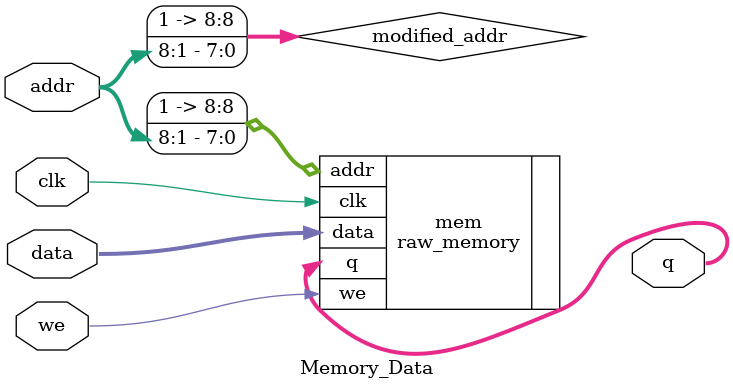
<source format=v>
module Memory_Data
(
	input [15:0] data,
	input [15:0] addr,
	input we, clk,
	output [15:0] q
);

wire[8:0] modified_addr;
assign modified_addr = {1'b1, addr[8:1]};

	raw_memory mem(
		.data(data),
		.addr(modified_addr),
		.we(we),
		.clk(clk),
		.q(q)
	);

endmodule
</source>
